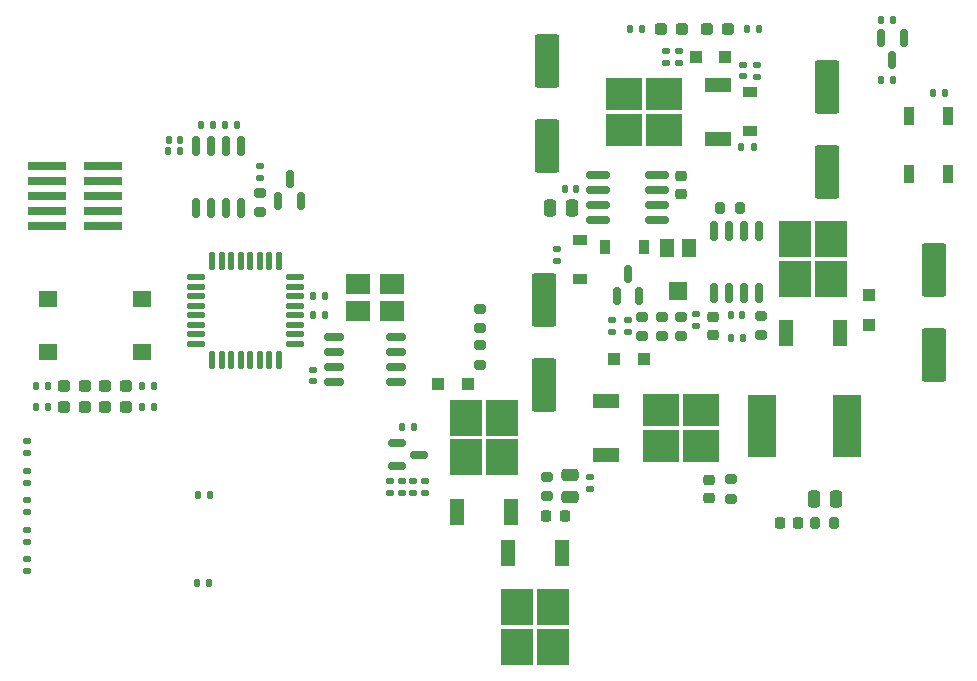
<source format=gbr>
%TF.GenerationSoftware,KiCad,Pcbnew,(6.0.11)*%
%TF.CreationDate,2024-02-29T08:22:58+09:00*%
%TF.ProjectId,Panel,50616e65-6c2e-46b6-9963-61645f706362,rev?*%
%TF.SameCoordinates,Original*%
%TF.FileFunction,Paste,Top*%
%TF.FilePolarity,Positive*%
%FSLAX46Y46*%
G04 Gerber Fmt 4.6, Leading zero omitted, Abs format (unit mm)*
G04 Created by KiCad (PCBNEW (6.0.11)) date 2024-02-29 08:22:58*
%MOMM*%
%LPD*%
G01*
G04 APERTURE LIST*
G04 Aperture macros list*
%AMRoundRect*
0 Rectangle with rounded corners*
0 $1 Rounding radius*
0 $2 $3 $4 $5 $6 $7 $8 $9 X,Y pos of 4 corners*
0 Add a 4 corners polygon primitive as box body*
4,1,4,$2,$3,$4,$5,$6,$7,$8,$9,$2,$3,0*
0 Add four circle primitives for the rounded corners*
1,1,$1+$1,$2,$3*
1,1,$1+$1,$4,$5*
1,1,$1+$1,$6,$7*
1,1,$1+$1,$8,$9*
0 Add four rect primitives between the rounded corners*
20,1,$1+$1,$2,$3,$4,$5,0*
20,1,$1+$1,$4,$5,$6,$7,0*
20,1,$1+$1,$6,$7,$8,$9,0*
20,1,$1+$1,$8,$9,$2,$3,0*%
G04 Aperture macros list end*
%ADD10RoundRect,0.200000X0.275000X-0.200000X0.275000X0.200000X-0.275000X0.200000X-0.275000X-0.200000X0*%
%ADD11RoundRect,0.237500X0.287500X0.237500X-0.287500X0.237500X-0.287500X-0.237500X0.287500X-0.237500X0*%
%ADD12R,0.900000X1.200000*%
%ADD13R,0.900000X1.500000*%
%ADD14R,2.750000X3.050000*%
%ADD15R,1.200000X2.200000*%
%ADD16RoundRect,0.135000X0.135000X0.185000X-0.135000X0.185000X-0.135000X-0.185000X0.135000X-0.185000X0*%
%ADD17RoundRect,0.135000X-0.135000X-0.185000X0.135000X-0.185000X0.135000X0.185000X-0.135000X0.185000X0*%
%ADD18RoundRect,0.135000X0.185000X-0.135000X0.185000X0.135000X-0.185000X0.135000X-0.185000X-0.135000X0*%
%ADD19RoundRect,0.140000X-0.140000X-0.170000X0.140000X-0.170000X0.140000X0.170000X-0.140000X0.170000X0*%
%ADD20RoundRect,0.250001X-0.799999X1.999999X-0.799999X-1.999999X0.799999X-1.999999X0.799999X1.999999X0*%
%ADD21RoundRect,0.150000X0.150000X-0.587500X0.150000X0.587500X-0.150000X0.587500X-0.150000X-0.587500X0*%
%ADD22R,2.100000X1.800000*%
%ADD23RoundRect,0.125000X0.625000X0.125000X-0.625000X0.125000X-0.625000X-0.125000X0.625000X-0.125000X0*%
%ADD24RoundRect,0.125000X0.125000X0.625000X-0.125000X0.625000X-0.125000X-0.625000X0.125000X-0.625000X0*%
%ADD25RoundRect,0.225000X-0.225000X-0.250000X0.225000X-0.250000X0.225000X0.250000X-0.225000X0.250000X0*%
%ADD26R,3.250000X0.740000*%
%ADD27R,1.000000X1.000000*%
%ADD28RoundRect,0.140000X0.170000X-0.140000X0.170000X0.140000X-0.170000X0.140000X-0.170000X-0.140000X0*%
%ADD29RoundRect,0.200000X-0.275000X0.200000X-0.275000X-0.200000X0.275000X-0.200000X0.275000X0.200000X0*%
%ADD30RoundRect,0.250001X0.799999X-1.999999X0.799999X1.999999X-0.799999X1.999999X-0.799999X-1.999999X0*%
%ADD31RoundRect,0.250000X0.250000X0.475000X-0.250000X0.475000X-0.250000X-0.475000X0.250000X-0.475000X0*%
%ADD32R,3.050000X2.750000*%
%ADD33R,2.200000X1.200000*%
%ADD34RoundRect,0.150000X0.675000X0.150000X-0.675000X0.150000X-0.675000X-0.150000X0.675000X-0.150000X0*%
%ADD35RoundRect,0.225000X0.250000X-0.225000X0.250000X0.225000X-0.250000X0.225000X-0.250000X-0.225000X0*%
%ADD36RoundRect,0.150000X-0.150000X0.675000X-0.150000X-0.675000X0.150000X-0.675000X0.150000X0.675000X0*%
%ADD37RoundRect,0.237500X-0.287500X-0.237500X0.287500X-0.237500X0.287500X0.237500X-0.287500X0.237500X0*%
%ADD38RoundRect,0.225000X-0.250000X0.225000X-0.250000X-0.225000X0.250000X-0.225000X0.250000X0.225000X0*%
%ADD39RoundRect,0.150000X0.825000X0.150000X-0.825000X0.150000X-0.825000X-0.150000X0.825000X-0.150000X0*%
%ADD40RoundRect,0.225000X0.225000X0.250000X-0.225000X0.250000X-0.225000X-0.250000X0.225000X-0.250000X0*%
%ADD41R,1.150000X1.500000*%
%ADD42R,1.500000X1.500000*%
%ADD43RoundRect,0.140000X0.140000X0.170000X-0.140000X0.170000X-0.140000X-0.170000X0.140000X-0.170000X0*%
%ADD44RoundRect,0.150000X-0.587500X-0.150000X0.587500X-0.150000X0.587500X0.150000X-0.587500X0.150000X0*%
%ADD45RoundRect,0.150000X-0.150000X0.587500X-0.150000X-0.587500X0.150000X-0.587500X0.150000X0.587500X0*%
%ADD46RoundRect,0.200000X-0.200000X-0.275000X0.200000X-0.275000X0.200000X0.275000X-0.200000X0.275000X0*%
%ADD47R,2.413000X5.334000*%
%ADD48RoundRect,0.150000X0.150000X-0.675000X0.150000X0.675000X-0.150000X0.675000X-0.150000X-0.675000X0*%
%ADD49R,1.600000X1.400000*%
%ADD50RoundRect,0.250000X-0.475000X0.250000X-0.475000X-0.250000X0.475000X-0.250000X0.475000X0.250000X0*%
%ADD51RoundRect,0.200000X0.200000X0.275000X-0.200000X0.275000X-0.200000X-0.275000X0.200000X-0.275000X0*%
%ADD52R,1.200000X0.900000*%
%ADD53RoundRect,0.135000X-0.185000X0.135000X-0.185000X-0.135000X0.185000X-0.135000X0.185000X0.135000X0*%
G04 APERTURE END LIST*
D10*
%TO.C,R25*%
X135820000Y-78560000D03*
X135820000Y-76910000D03*
%TD*%
D11*
%TO.C,D2*%
X85345000Y-84500000D03*
X83595000Y-84500000D03*
%TD*%
D12*
%TO.C,D7*%
X129400000Y-70959999D03*
X132700000Y-70959999D03*
%TD*%
D13*
%TO.C,D16*%
X158470000Y-59910000D03*
X155170000Y-59910000D03*
X155170000Y-64810000D03*
X158470000Y-64810000D03*
%TD*%
D14*
%TO.C,Q4*%
X148555000Y-70325000D03*
X145505000Y-73675000D03*
X148555000Y-73675000D03*
X145505000Y-70325000D03*
D15*
X144750000Y-78300000D03*
X149310000Y-78300000D03*
%TD*%
D16*
%TO.C,R29*%
X141980000Y-62560000D03*
X140960000Y-62560000D03*
%TD*%
D17*
%TO.C,R36*%
X141422500Y-52510000D03*
X142442500Y-52510000D03*
%TD*%
D10*
%TO.C,R12*%
X118830000Y-77875000D03*
X118830000Y-76225000D03*
%TD*%
D18*
%TO.C,R20*%
X131310000Y-78220000D03*
X131310000Y-77200000D03*
%TD*%
D19*
%TO.C,C13*%
X104720000Y-75170000D03*
X105680000Y-75170000D03*
%TD*%
D10*
%TO.C,R11*%
X118830000Y-80955000D03*
X118830000Y-79305000D03*
%TD*%
D20*
%TO.C,C17*%
X148210000Y-57420000D03*
X148210000Y-64620000D03*
%TD*%
D21*
%TO.C,Q14*%
X101750000Y-67077500D03*
X103650000Y-67077500D03*
X102700000Y-65202500D03*
%TD*%
D22*
%TO.C,Y1*%
X108500000Y-76400000D03*
X111400000Y-76400000D03*
X111400000Y-74100000D03*
X108500000Y-74100000D03*
%TD*%
D23*
%TO.C,U6*%
X103145000Y-79170000D03*
X103145000Y-78370000D03*
X103145000Y-77570000D03*
X103145000Y-76770000D03*
X103145000Y-75970000D03*
X103145000Y-75170000D03*
X103145000Y-74370000D03*
X103145000Y-73570000D03*
D24*
X101770000Y-72195000D03*
X100970000Y-72195000D03*
X100170000Y-72195000D03*
X99370000Y-72195000D03*
X98570000Y-72195000D03*
X97770000Y-72195000D03*
X96970000Y-72195000D03*
X96170000Y-72195000D03*
D23*
X94795000Y-73570000D03*
X94795000Y-74370000D03*
X94795000Y-75170000D03*
X94795000Y-75970000D03*
X94795000Y-76770000D03*
X94795000Y-77570000D03*
X94795000Y-78370000D03*
X94795000Y-79170000D03*
D24*
X96170000Y-80545000D03*
X96970000Y-80545000D03*
X97770000Y-80545000D03*
X98570000Y-80545000D03*
X99370000Y-80545000D03*
X100170000Y-80545000D03*
X100970000Y-80545000D03*
X101770000Y-80545000D03*
%TD*%
D25*
%TO.C,C25*%
X144195000Y-94360000D03*
X145745000Y-94360000D03*
%TD*%
D18*
%TO.C,R27*%
X137110000Y-77690000D03*
X137110000Y-76670000D03*
%TD*%
D26*
%TO.C,J3*%
X86875000Y-69190000D03*
X82125000Y-69190000D03*
X86875000Y-67920000D03*
X82125000Y-67920000D03*
X86875000Y-66650000D03*
X82125000Y-66650000D03*
X86875000Y-65380000D03*
X82125000Y-65380000D03*
X86875000Y-64110000D03*
X82125000Y-64110000D03*
%TD*%
D16*
%TO.C,R5*%
X95980000Y-91950000D03*
X94960000Y-91950000D03*
%TD*%
%TO.C,R18*%
X95850000Y-99400000D03*
X94830000Y-99400000D03*
%TD*%
D27*
%TO.C,D11*%
X139580000Y-54930000D03*
X137080000Y-54930000D03*
%TD*%
D18*
%TO.C,R8*%
X112187500Y-91820000D03*
X112187500Y-90800000D03*
%TD*%
D28*
%TO.C,C9*%
X104710000Y-82370000D03*
X104710000Y-81410000D03*
%TD*%
D18*
%TO.C,R6*%
X80470000Y-95955000D03*
X80470000Y-94935000D03*
%TD*%
D29*
%TO.C,R28*%
X134220000Y-76910000D03*
X134220000Y-78560000D03*
%TD*%
D16*
%TO.C,R48*%
X141060000Y-78660001D03*
X140040000Y-78660001D03*
%TD*%
D17*
%TO.C,R41*%
X152800000Y-51750000D03*
X153820000Y-51750000D03*
%TD*%
D30*
%TO.C,C18*%
X124470000Y-62410000D03*
X124470000Y-55210000D03*
%TD*%
D31*
%TO.C,C7*%
X148970001Y-92360000D03*
X147070001Y-92360000D03*
%TD*%
D29*
%TO.C,R40*%
X100200000Y-66390000D03*
X100200000Y-68040000D03*
%TD*%
D32*
%TO.C,Q8*%
X134145000Y-84785000D03*
X137495000Y-84785000D03*
X137495000Y-87835000D03*
X134145000Y-87835000D03*
D33*
X129520000Y-84030000D03*
X129520000Y-88590000D03*
%TD*%
D16*
%TO.C,R13*%
X82230000Y-84500000D03*
X81210000Y-84500000D03*
%TD*%
D10*
%TO.C,R19*%
X124470000Y-92085000D03*
X124470000Y-90435000D03*
%TD*%
D32*
%TO.C,U2*%
X131015000Y-61075000D03*
X131015000Y-58025000D03*
X134365000Y-61075000D03*
X134365000Y-58025000D03*
D33*
X138990000Y-61830000D03*
X138990000Y-57270000D03*
%TD*%
D34*
%TO.C,U5*%
X111675000Y-82435000D03*
X111675000Y-81165000D03*
X111675000Y-79895000D03*
X111675000Y-78625000D03*
X106425000Y-78625000D03*
X106425000Y-79895000D03*
X106425000Y-81165000D03*
X106425000Y-82435000D03*
%TD*%
D35*
%TO.C,C23*%
X138170000Y-92245000D03*
X138170000Y-90695000D03*
%TD*%
D11*
%TO.C,D15*%
X135935000Y-52510000D03*
X134185000Y-52510000D03*
%TD*%
D27*
%TO.C,D1*%
X117770001Y-82610000D03*
X115270001Y-82610000D03*
%TD*%
D17*
%TO.C,R10*%
X112197500Y-86260000D03*
X113217500Y-86260000D03*
%TD*%
D36*
%TO.C,U3*%
X142460000Y-69675000D03*
X141190000Y-69675000D03*
X139920000Y-69675000D03*
X138650000Y-69675000D03*
X138650000Y-74925000D03*
X139920000Y-74925000D03*
X141190000Y-74925000D03*
X142460000Y-74925000D03*
%TD*%
D21*
%TO.C,Q5*%
X130420000Y-75147499D03*
X132320000Y-75147499D03*
X131370000Y-73272499D03*
%TD*%
D37*
%TO.C,D4*%
X87095000Y-84500000D03*
X88845000Y-84500000D03*
%TD*%
D19*
%TO.C,C19*%
X157190000Y-57940000D03*
X158150000Y-57940000D03*
%TD*%
D38*
%TO.C,C5*%
X135800000Y-64934999D03*
X135800000Y-66484999D03*
%TD*%
D39*
%TO.C,U1*%
X133775000Y-68665000D03*
X133775000Y-67395000D03*
X133775000Y-66125000D03*
X133775000Y-64855000D03*
X128825000Y-64855000D03*
X128825000Y-66125000D03*
X128825000Y-67395000D03*
X128825000Y-68665000D03*
%TD*%
D40*
%TO.C,C11*%
X125995000Y-93760000D03*
X124445000Y-93760000D03*
%TD*%
D41*
%TO.C,RV1*%
X136495000Y-71110000D03*
D42*
X135570000Y-74710000D03*
D41*
X134645000Y-71110000D03*
%TD*%
D18*
%TO.C,R9*%
X114177500Y-91830000D03*
X114177500Y-90810000D03*
%TD*%
D27*
%TO.C,D9*%
X151750000Y-77560000D03*
X151750000Y-75060000D03*
%TD*%
D19*
%TO.C,C12*%
X104710000Y-76780000D03*
X105670000Y-76780000D03*
%TD*%
D18*
%TO.C,R22*%
X130010000Y-78200000D03*
X130010000Y-77180000D03*
%TD*%
D43*
%TO.C,C20*%
X93430000Y-61890000D03*
X92470000Y-61890000D03*
%TD*%
D20*
%TO.C,C21*%
X157270000Y-72940000D03*
X157270000Y-80140000D03*
%TD*%
D29*
%TO.C,R38*%
X142580000Y-76825000D03*
X142580000Y-78475000D03*
%TD*%
D44*
%TO.C,Q2*%
X111770000Y-87610000D03*
X111770000Y-89510000D03*
X113645000Y-88560000D03*
%TD*%
D45*
%TO.C,Q15*%
X154680001Y-53312499D03*
X152780001Y-53312499D03*
X153730001Y-55187499D03*
%TD*%
D11*
%TO.C,D6*%
X85345000Y-82750000D03*
X83595000Y-82750000D03*
%TD*%
D30*
%TO.C,C16*%
X124220000Y-82660000D03*
X124220000Y-75460000D03*
%TD*%
D46*
%TO.C,R37*%
X147145000Y-94360000D03*
X148795000Y-94360000D03*
%TD*%
D18*
%TO.C,R4*%
X80470000Y-93455000D03*
X80470000Y-92435000D03*
%TD*%
%TO.C,R3*%
X111187500Y-91820000D03*
X111187500Y-90800000D03*
%TD*%
D17*
%TO.C,R14*%
X90210000Y-82750000D03*
X91230000Y-82750000D03*
%TD*%
D18*
%TO.C,R7*%
X80470000Y-98455000D03*
X80470000Y-97435000D03*
%TD*%
D14*
%TO.C,Q1*%
X121945000Y-104835000D03*
X121945000Y-101485000D03*
X124995000Y-101485000D03*
X124995000Y-104835000D03*
D15*
X125750000Y-96860000D03*
X121190000Y-96860000D03*
%TD*%
D17*
%TO.C,R15*%
X90210000Y-84500000D03*
X91230000Y-84500000D03*
%TD*%
D16*
%TO.C,R45*%
X96209999Y-60640000D03*
X95189999Y-60640000D03*
%TD*%
D28*
%TO.C,C22*%
X128170000Y-91440000D03*
X128170000Y-90480000D03*
%TD*%
D47*
%TO.C,L1*%
X142672250Y-86120000D03*
X149911250Y-86120000D03*
%TD*%
D16*
%TO.C,R43*%
X153770003Y-56830000D03*
X152750003Y-56830000D03*
%TD*%
D28*
%TO.C,C14*%
X141060000Y-56540000D03*
X141060000Y-55580000D03*
%TD*%
D16*
%TO.C,R39*%
X132572500Y-52530001D03*
X131552500Y-52530001D03*
%TD*%
D14*
%TO.C,Q3*%
X117615000Y-85445000D03*
X117615000Y-88795000D03*
X120665000Y-88795000D03*
X120665000Y-85445000D03*
D15*
X116860000Y-93420000D03*
X121420000Y-93420000D03*
%TD*%
D48*
%TO.C,U4*%
X94795000Y-67664999D03*
X96065000Y-67664999D03*
X97335000Y-67664999D03*
X98605000Y-67664999D03*
X98605000Y-62414999D03*
X97335000Y-62414999D03*
X96065000Y-62414999D03*
X94795000Y-62414999D03*
%TD*%
D17*
%TO.C,R46*%
X92440000Y-62890000D03*
X93460000Y-62890000D03*
%TD*%
D28*
%TO.C,C15*%
X135660000Y-55380000D03*
X135660000Y-54420000D03*
%TD*%
D31*
%TO.C,C3*%
X126620000Y-67660000D03*
X124720000Y-67660000D03*
%TD*%
D35*
%TO.C,C2*%
X138530000Y-78475001D03*
X138530000Y-76925001D03*
%TD*%
D49*
%TO.C,SW4*%
X90227500Y-79870000D03*
X82227500Y-79870000D03*
X90227500Y-75370000D03*
X82227500Y-75370000D03*
%TD*%
D18*
%TO.C,R2*%
X80470000Y-90955000D03*
X80470000Y-89935000D03*
%TD*%
%TO.C,R1*%
X80470000Y-88455000D03*
X80470000Y-87435000D03*
%TD*%
D19*
%TO.C,C4*%
X125990000Y-66060000D03*
X126950000Y-66060000D03*
%TD*%
D43*
%TO.C,C6*%
X141030000Y-76710000D03*
X140070000Y-76710000D03*
%TD*%
D37*
%TO.C,D12*%
X138057500Y-52510000D03*
X139807500Y-52510000D03*
%TD*%
D50*
%TO.C,C10*%
X126470000Y-90260000D03*
X126470000Y-92160000D03*
%TD*%
D27*
%TO.C,D13*%
X130200000Y-80440000D03*
X132700000Y-80440000D03*
%TD*%
D10*
%TO.C,R24*%
X140110000Y-92285000D03*
X140110000Y-90635000D03*
%TD*%
D28*
%TO.C,C1*%
X113187500Y-91790000D03*
X113187500Y-90830000D03*
%TD*%
D51*
%TO.C,R47*%
X140795000Y-67670000D03*
X139145000Y-67670000D03*
%TD*%
D37*
%TO.C,D3*%
X87095000Y-82750000D03*
X88845000Y-82750000D03*
%TD*%
D18*
%TO.C,R42*%
X100200000Y-65150000D03*
X100200000Y-64130000D03*
%TD*%
D16*
%TO.C,R16*%
X82230000Y-82750000D03*
X81210000Y-82750000D03*
%TD*%
D10*
%TO.C,R23*%
X132570000Y-78534999D03*
X132570000Y-76884999D03*
%TD*%
D18*
%TO.C,R17*%
X125380000Y-72160000D03*
X125380000Y-71140000D03*
%TD*%
D16*
%TO.C,R44*%
X98210000Y-60640000D03*
X97190000Y-60640000D03*
%TD*%
D52*
%TO.C,D10*%
X141670000Y-57890000D03*
X141670000Y-61190000D03*
%TD*%
D18*
%TO.C,R30*%
X142240000Y-56570000D03*
X142240000Y-55550000D03*
%TD*%
D52*
%TO.C,D5*%
X127270000Y-70410000D03*
X127270000Y-73710000D03*
%TD*%
D53*
%TO.C,R34*%
X134550000Y-54390000D03*
X134550000Y-55410000D03*
%TD*%
M02*

</source>
